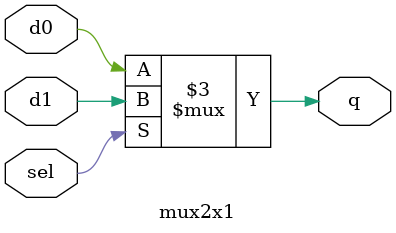
<source format=v>
/*
This code implements a 2-to-1 multiplexer
that selects between the two inputs `d0`and
`d1` based on the value of the select signal
`sel`. When `sel` is high, the output `q`
takes on the value of `d1`, otherwise it takes
on the value of `d0`.
*/

module mux2x1 (input d0, input d1, input sel, output reg q);

always @* begin
    if (sel) begin
        q <= d1;
    end else begin
        q <= d0;
    end
end

endmodule
</source>
